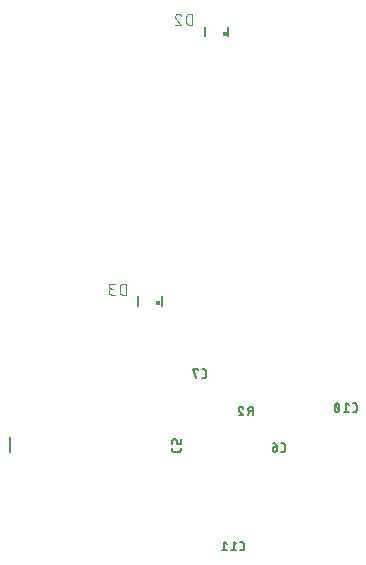
<source format=gbr>
G04 EAGLE Gerber X2 export*
%TF.Part,Single*%
%TF.FileFunction,Legend,Bot,1*%
%TF.FilePolarity,Positive*%
%TF.GenerationSoftware,Autodesk,EAGLE,8.6.0*%
%TF.CreationDate,2018-05-28T12:08:45Z*%
G75*
%MOMM*%
%FSLAX34Y34*%
%LPD*%
%AMOC8*
5,1,8,0,0,1.08239X$1,22.5*%
G01*
%ADD10C,0.177800*%
%ADD11C,0.203200*%
%ADD12C,0.127000*%
%ADD13C,0.400000*%
%ADD14C,0.076200*%


D10*
X175514Y517896D02*
X175514Y516316D01*
X175516Y516238D01*
X175522Y516161D01*
X175531Y516084D01*
X175544Y516008D01*
X175561Y515932D01*
X175582Y515857D01*
X175606Y515784D01*
X175634Y515711D01*
X175666Y515640D01*
X175701Y515571D01*
X175739Y515504D01*
X175780Y515438D01*
X175825Y515375D01*
X175873Y515314D01*
X175923Y515255D01*
X175977Y515199D01*
X176033Y515145D01*
X176092Y515095D01*
X176153Y515047D01*
X176216Y515002D01*
X176282Y514961D01*
X176349Y514923D01*
X176418Y514888D01*
X176489Y514856D01*
X176562Y514828D01*
X176635Y514804D01*
X176710Y514783D01*
X176786Y514766D01*
X176862Y514753D01*
X176939Y514744D01*
X177016Y514738D01*
X177094Y514736D01*
X177094Y514735D02*
X181046Y514735D01*
X181046Y514736D02*
X181124Y514738D01*
X181201Y514744D01*
X181278Y514753D01*
X181354Y514766D01*
X181430Y514783D01*
X181505Y514804D01*
X181578Y514828D01*
X181651Y514856D01*
X181722Y514888D01*
X181791Y514923D01*
X181858Y514961D01*
X181924Y515002D01*
X181987Y515047D01*
X182048Y515095D01*
X182107Y515145D01*
X182163Y515199D01*
X182217Y515255D01*
X182267Y515314D01*
X182315Y515375D01*
X182360Y515438D01*
X182401Y515504D01*
X182439Y515571D01*
X182474Y515640D01*
X182506Y515711D01*
X182534Y515784D01*
X182558Y515857D01*
X182579Y515932D01*
X182596Y516008D01*
X182609Y516084D01*
X182618Y516161D01*
X182624Y516238D01*
X182626Y516316D01*
X182626Y517896D01*
X175514Y521444D02*
X175514Y523814D01*
X175516Y523892D01*
X175522Y523969D01*
X175531Y524046D01*
X175544Y524122D01*
X175561Y524198D01*
X175582Y524273D01*
X175606Y524346D01*
X175634Y524419D01*
X175666Y524490D01*
X175701Y524559D01*
X175739Y524626D01*
X175780Y524692D01*
X175825Y524755D01*
X175873Y524816D01*
X175923Y524875D01*
X175977Y524931D01*
X176033Y524985D01*
X176092Y525035D01*
X176153Y525083D01*
X176216Y525128D01*
X176282Y525169D01*
X176349Y525207D01*
X176418Y525242D01*
X176489Y525274D01*
X176562Y525302D01*
X176635Y525326D01*
X176710Y525347D01*
X176786Y525364D01*
X176862Y525377D01*
X176939Y525386D01*
X177016Y525392D01*
X177094Y525394D01*
X177094Y525395D02*
X177885Y525395D01*
X177885Y525394D02*
X177963Y525392D01*
X178040Y525386D01*
X178117Y525377D01*
X178193Y525364D01*
X178269Y525347D01*
X178344Y525326D01*
X178417Y525302D01*
X178490Y525274D01*
X178561Y525242D01*
X178630Y525207D01*
X178697Y525169D01*
X178763Y525128D01*
X178826Y525083D01*
X178887Y525035D01*
X178946Y524985D01*
X179002Y524931D01*
X179056Y524875D01*
X179106Y524816D01*
X179154Y524755D01*
X179199Y524692D01*
X179240Y524626D01*
X179278Y524559D01*
X179313Y524490D01*
X179345Y524419D01*
X179373Y524346D01*
X179397Y524273D01*
X179418Y524198D01*
X179435Y524122D01*
X179448Y524046D01*
X179457Y523969D01*
X179463Y523892D01*
X179465Y523814D01*
X179465Y521444D01*
X182626Y521444D01*
X182626Y525395D01*
X267916Y514858D02*
X269497Y514858D01*
X269575Y514860D01*
X269652Y514866D01*
X269729Y514875D01*
X269805Y514888D01*
X269881Y514905D01*
X269956Y514926D01*
X270029Y514950D01*
X270102Y514978D01*
X270173Y515010D01*
X270242Y515045D01*
X270309Y515083D01*
X270375Y515124D01*
X270438Y515169D01*
X270499Y515217D01*
X270558Y515267D01*
X270614Y515321D01*
X270668Y515377D01*
X270718Y515436D01*
X270766Y515497D01*
X270811Y515560D01*
X270852Y515626D01*
X270890Y515693D01*
X270925Y515762D01*
X270957Y515833D01*
X270985Y515906D01*
X271009Y515979D01*
X271030Y516054D01*
X271047Y516130D01*
X271060Y516206D01*
X271069Y516283D01*
X271075Y516360D01*
X271077Y516438D01*
X271077Y520390D01*
X271075Y520468D01*
X271069Y520545D01*
X271060Y520622D01*
X271047Y520698D01*
X271030Y520774D01*
X271009Y520849D01*
X270985Y520922D01*
X270957Y520995D01*
X270925Y521066D01*
X270890Y521135D01*
X270852Y521202D01*
X270811Y521268D01*
X270766Y521331D01*
X270718Y521392D01*
X270668Y521451D01*
X270614Y521507D01*
X270558Y521561D01*
X270499Y521611D01*
X270438Y521659D01*
X270375Y521704D01*
X270309Y521745D01*
X270242Y521783D01*
X270173Y521818D01*
X270102Y521850D01*
X270029Y521878D01*
X269956Y521902D01*
X269881Y521923D01*
X269805Y521940D01*
X269729Y521953D01*
X269652Y521962D01*
X269575Y521968D01*
X269497Y521970D01*
X267916Y521970D01*
X264369Y518809D02*
X261998Y518809D01*
X261920Y518807D01*
X261843Y518801D01*
X261766Y518792D01*
X261690Y518779D01*
X261614Y518762D01*
X261539Y518741D01*
X261466Y518717D01*
X261393Y518689D01*
X261322Y518657D01*
X261253Y518622D01*
X261186Y518584D01*
X261120Y518543D01*
X261057Y518498D01*
X260996Y518450D01*
X260937Y518400D01*
X260881Y518346D01*
X260827Y518290D01*
X260777Y518231D01*
X260729Y518170D01*
X260684Y518107D01*
X260643Y518041D01*
X260605Y517974D01*
X260570Y517905D01*
X260538Y517834D01*
X260510Y517761D01*
X260486Y517688D01*
X260465Y517613D01*
X260448Y517537D01*
X260435Y517461D01*
X260426Y517384D01*
X260420Y517307D01*
X260418Y517229D01*
X260418Y516834D01*
X260417Y516834D02*
X260419Y516747D01*
X260425Y516659D01*
X260434Y516572D01*
X260448Y516486D01*
X260465Y516400D01*
X260486Y516316D01*
X260511Y516232D01*
X260540Y516149D01*
X260572Y516068D01*
X260607Y515988D01*
X260646Y515910D01*
X260689Y515833D01*
X260735Y515759D01*
X260784Y515687D01*
X260836Y515617D01*
X260892Y515549D01*
X260950Y515484D01*
X261011Y515421D01*
X261075Y515362D01*
X261142Y515305D01*
X261210Y515251D01*
X261282Y515200D01*
X261355Y515153D01*
X261430Y515108D01*
X261508Y515067D01*
X261587Y515030D01*
X261667Y514996D01*
X261749Y514966D01*
X261832Y514939D01*
X261917Y514916D01*
X262002Y514897D01*
X262088Y514882D01*
X262175Y514870D01*
X262262Y514862D01*
X262349Y514858D01*
X262437Y514858D01*
X262524Y514862D01*
X262611Y514870D01*
X262698Y514882D01*
X262784Y514897D01*
X262869Y514916D01*
X262954Y514939D01*
X263037Y514966D01*
X263119Y514996D01*
X263199Y515030D01*
X263278Y515067D01*
X263356Y515108D01*
X263431Y515153D01*
X263504Y515200D01*
X263576Y515251D01*
X263644Y515305D01*
X263711Y515362D01*
X263775Y515421D01*
X263836Y515484D01*
X263894Y515549D01*
X263950Y515617D01*
X264002Y515687D01*
X264051Y515759D01*
X264097Y515833D01*
X264140Y515910D01*
X264179Y515988D01*
X264214Y516068D01*
X264246Y516149D01*
X264275Y516232D01*
X264300Y516316D01*
X264321Y516400D01*
X264338Y516486D01*
X264352Y516572D01*
X264361Y516659D01*
X264367Y516747D01*
X264369Y516834D01*
X264369Y518809D01*
X264367Y518919D01*
X264361Y519030D01*
X264352Y519139D01*
X264338Y519249D01*
X264321Y519358D01*
X264300Y519466D01*
X264275Y519574D01*
X264247Y519680D01*
X264214Y519786D01*
X264178Y519890D01*
X264139Y519993D01*
X264096Y520095D01*
X264049Y520195D01*
X263999Y520293D01*
X263946Y520390D01*
X263889Y520484D01*
X263829Y520577D01*
X263765Y520667D01*
X263699Y520755D01*
X263629Y520841D01*
X263557Y520924D01*
X263482Y521005D01*
X263404Y521083D01*
X263323Y521158D01*
X263240Y521230D01*
X263154Y521300D01*
X263066Y521366D01*
X262976Y521430D01*
X262883Y521490D01*
X262789Y521547D01*
X262692Y521600D01*
X262594Y521650D01*
X262494Y521697D01*
X262392Y521740D01*
X262289Y521779D01*
X262185Y521815D01*
X262079Y521848D01*
X261973Y521876D01*
X261865Y521901D01*
X261757Y521922D01*
X261648Y521939D01*
X261538Y521953D01*
X261429Y521962D01*
X261318Y521968D01*
X261208Y521970D01*
X202504Y577469D02*
X200924Y577469D01*
X202504Y577469D02*
X202582Y577471D01*
X202659Y577477D01*
X202736Y577486D01*
X202812Y577499D01*
X202888Y577516D01*
X202963Y577537D01*
X203036Y577561D01*
X203109Y577589D01*
X203180Y577621D01*
X203249Y577656D01*
X203316Y577694D01*
X203382Y577735D01*
X203445Y577780D01*
X203506Y577828D01*
X203565Y577878D01*
X203621Y577932D01*
X203675Y577988D01*
X203725Y578047D01*
X203773Y578108D01*
X203818Y578171D01*
X203859Y578237D01*
X203897Y578304D01*
X203932Y578373D01*
X203964Y578444D01*
X203992Y578517D01*
X204016Y578590D01*
X204037Y578665D01*
X204054Y578741D01*
X204067Y578817D01*
X204076Y578894D01*
X204082Y578971D01*
X204084Y579049D01*
X204085Y579049D02*
X204085Y583001D01*
X204084Y583001D02*
X204082Y583079D01*
X204076Y583156D01*
X204067Y583233D01*
X204054Y583309D01*
X204037Y583385D01*
X204016Y583460D01*
X203992Y583533D01*
X203964Y583606D01*
X203932Y583677D01*
X203897Y583746D01*
X203859Y583813D01*
X203818Y583879D01*
X203773Y583942D01*
X203725Y584003D01*
X203675Y584062D01*
X203621Y584118D01*
X203565Y584172D01*
X203506Y584222D01*
X203445Y584270D01*
X203382Y584315D01*
X203316Y584356D01*
X203249Y584394D01*
X203180Y584429D01*
X203109Y584461D01*
X203036Y584489D01*
X202963Y584513D01*
X202888Y584534D01*
X202812Y584551D01*
X202736Y584564D01*
X202659Y584573D01*
X202582Y584579D01*
X202504Y584581D01*
X200924Y584581D01*
X197376Y584581D02*
X197376Y583791D01*
X197376Y584581D02*
X193425Y584581D01*
X195401Y577469D01*
X243738Y552768D02*
X243738Y545656D01*
X243738Y552768D02*
X241763Y552768D01*
X241676Y552766D01*
X241588Y552760D01*
X241501Y552751D01*
X241415Y552737D01*
X241329Y552720D01*
X241245Y552699D01*
X241161Y552674D01*
X241078Y552645D01*
X240997Y552613D01*
X240917Y552578D01*
X240839Y552539D01*
X240762Y552496D01*
X240688Y552450D01*
X240616Y552401D01*
X240546Y552349D01*
X240478Y552293D01*
X240413Y552235D01*
X240350Y552174D01*
X240291Y552110D01*
X240234Y552043D01*
X240180Y551975D01*
X240129Y551903D01*
X240082Y551830D01*
X240037Y551755D01*
X239996Y551677D01*
X239959Y551598D01*
X239925Y551518D01*
X239895Y551436D01*
X239868Y551353D01*
X239845Y551268D01*
X239826Y551183D01*
X239811Y551097D01*
X239799Y551010D01*
X239791Y550923D01*
X239787Y550836D01*
X239787Y550748D01*
X239791Y550661D01*
X239799Y550574D01*
X239811Y550487D01*
X239826Y550401D01*
X239845Y550316D01*
X239868Y550231D01*
X239895Y550148D01*
X239925Y550066D01*
X239959Y549986D01*
X239996Y549907D01*
X240037Y549829D01*
X240082Y549754D01*
X240129Y549681D01*
X240180Y549609D01*
X240234Y549541D01*
X240291Y549474D01*
X240350Y549410D01*
X240413Y549349D01*
X240478Y549291D01*
X240546Y549235D01*
X240616Y549183D01*
X240688Y549134D01*
X240762Y549088D01*
X240839Y549045D01*
X240917Y549006D01*
X240997Y548971D01*
X241078Y548939D01*
X241161Y548910D01*
X241245Y548885D01*
X241329Y548864D01*
X241415Y548847D01*
X241501Y548833D01*
X241588Y548824D01*
X241676Y548818D01*
X241763Y548816D01*
X243738Y548816D01*
X241368Y548816D02*
X239787Y545656D01*
X233655Y552768D02*
X233573Y552766D01*
X233491Y552760D01*
X233409Y552751D01*
X233328Y552738D01*
X233248Y552721D01*
X233168Y552700D01*
X233090Y552676D01*
X233013Y552648D01*
X232937Y552617D01*
X232862Y552582D01*
X232790Y552543D01*
X232719Y552502D01*
X232650Y552457D01*
X232584Y552409D01*
X232519Y552358D01*
X232457Y552304D01*
X232398Y552247D01*
X232341Y552188D01*
X232287Y552126D01*
X232236Y552061D01*
X232188Y551995D01*
X232143Y551926D01*
X232102Y551855D01*
X232063Y551783D01*
X232028Y551708D01*
X231997Y551632D01*
X231969Y551555D01*
X231945Y551477D01*
X231924Y551397D01*
X231907Y551317D01*
X231894Y551236D01*
X231885Y551154D01*
X231879Y551072D01*
X231877Y550990D01*
X233655Y552767D02*
X233748Y552765D01*
X233840Y552759D01*
X233932Y552750D01*
X234024Y552737D01*
X234115Y552720D01*
X234205Y552700D01*
X234295Y552676D01*
X234383Y552648D01*
X234471Y552616D01*
X234556Y552582D01*
X234641Y552543D01*
X234723Y552502D01*
X234804Y552457D01*
X234884Y552408D01*
X234961Y552357D01*
X235036Y552303D01*
X235108Y552245D01*
X235179Y552185D01*
X235246Y552121D01*
X235311Y552056D01*
X235374Y551987D01*
X235433Y551916D01*
X235490Y551843D01*
X235544Y551767D01*
X235594Y551690D01*
X235642Y551610D01*
X235686Y551528D01*
X235726Y551445D01*
X235764Y551360D01*
X235798Y551274D01*
X235828Y551187D01*
X232469Y549607D02*
X232408Y549668D01*
X232350Y549731D01*
X232295Y549797D01*
X232242Y549865D01*
X232193Y549936D01*
X232148Y550008D01*
X232105Y550083D01*
X232066Y550159D01*
X232030Y550238D01*
X231998Y550317D01*
X231970Y550398D01*
X231945Y550481D01*
X231924Y550564D01*
X231907Y550648D01*
X231893Y550733D01*
X231884Y550818D01*
X231878Y550904D01*
X231876Y550990D01*
X232469Y549607D02*
X235828Y545656D01*
X231877Y545656D01*
X328432Y548577D02*
X330012Y548577D01*
X330090Y548579D01*
X330167Y548585D01*
X330244Y548594D01*
X330320Y548607D01*
X330396Y548624D01*
X330471Y548645D01*
X330544Y548669D01*
X330617Y548697D01*
X330688Y548729D01*
X330757Y548764D01*
X330824Y548802D01*
X330890Y548843D01*
X330953Y548888D01*
X331014Y548936D01*
X331073Y548986D01*
X331129Y549040D01*
X331183Y549096D01*
X331233Y549155D01*
X331281Y549216D01*
X331326Y549279D01*
X331367Y549345D01*
X331405Y549412D01*
X331440Y549481D01*
X331472Y549552D01*
X331500Y549625D01*
X331524Y549698D01*
X331545Y549773D01*
X331562Y549849D01*
X331575Y549925D01*
X331584Y550002D01*
X331590Y550079D01*
X331592Y550157D01*
X331593Y550157D02*
X331593Y554108D01*
X331592Y554108D02*
X331590Y554186D01*
X331584Y554263D01*
X331575Y554340D01*
X331562Y554416D01*
X331545Y554492D01*
X331524Y554567D01*
X331500Y554640D01*
X331472Y554713D01*
X331440Y554784D01*
X331405Y554853D01*
X331367Y554920D01*
X331326Y554986D01*
X331281Y555049D01*
X331233Y555110D01*
X331183Y555169D01*
X331129Y555225D01*
X331073Y555279D01*
X331014Y555329D01*
X330953Y555377D01*
X330890Y555422D01*
X330824Y555463D01*
X330757Y555501D01*
X330688Y555536D01*
X330617Y555568D01*
X330544Y555596D01*
X330471Y555620D01*
X330396Y555641D01*
X330320Y555658D01*
X330244Y555671D01*
X330167Y555680D01*
X330090Y555686D01*
X330012Y555688D01*
X330012Y555689D02*
X328432Y555689D01*
X324884Y554108D02*
X322909Y555689D01*
X322909Y548577D01*
X324884Y548577D02*
X320933Y548577D01*
X316884Y552133D02*
X316882Y552281D01*
X316877Y552428D01*
X316867Y552576D01*
X316854Y552723D01*
X316838Y552870D01*
X316817Y553016D01*
X316793Y553162D01*
X316765Y553307D01*
X316734Y553451D01*
X316699Y553594D01*
X316660Y553737D01*
X316618Y553878D01*
X316572Y554019D01*
X316523Y554158D01*
X316470Y554296D01*
X316414Y554433D01*
X316354Y554568D01*
X316291Y554701D01*
X316265Y554772D01*
X316235Y554841D01*
X316201Y554909D01*
X316164Y554975D01*
X316124Y555039D01*
X316080Y555101D01*
X316034Y555160D01*
X315984Y555217D01*
X315931Y555271D01*
X315876Y555323D01*
X315818Y555371D01*
X315758Y555417D01*
X315695Y555459D01*
X315630Y555498D01*
X315564Y555534D01*
X315495Y555566D01*
X315426Y555594D01*
X315354Y555619D01*
X315282Y555640D01*
X315208Y555658D01*
X315134Y555671D01*
X315059Y555681D01*
X314984Y555687D01*
X314908Y555689D01*
X314832Y555687D01*
X314757Y555681D01*
X314682Y555671D01*
X314608Y555658D01*
X314534Y555640D01*
X314462Y555619D01*
X314391Y555594D01*
X314321Y555566D01*
X314252Y555534D01*
X314186Y555498D01*
X314121Y555459D01*
X314058Y555417D01*
X313998Y555371D01*
X313940Y555323D01*
X313885Y555271D01*
X313832Y555217D01*
X313782Y555160D01*
X313736Y555101D01*
X313692Y555039D01*
X313652Y554975D01*
X313615Y554909D01*
X313581Y554841D01*
X313551Y554772D01*
X313525Y554701D01*
X313462Y554568D01*
X313402Y554433D01*
X313346Y554296D01*
X313293Y554158D01*
X313244Y554019D01*
X313198Y553878D01*
X313156Y553737D01*
X313117Y553594D01*
X313082Y553451D01*
X313051Y553307D01*
X313023Y553162D01*
X312999Y553016D01*
X312978Y552870D01*
X312962Y552723D01*
X312949Y552576D01*
X312939Y552428D01*
X312934Y552281D01*
X312932Y552133D01*
X316883Y552133D02*
X316881Y551985D01*
X316876Y551838D01*
X316866Y551690D01*
X316853Y551543D01*
X316837Y551396D01*
X316816Y551250D01*
X316792Y551105D01*
X316764Y550959D01*
X316733Y550815D01*
X316698Y550672D01*
X316659Y550529D01*
X316617Y550388D01*
X316571Y550247D01*
X316522Y550108D01*
X316469Y549970D01*
X316413Y549833D01*
X316353Y549698D01*
X316290Y549565D01*
X316291Y549564D02*
X316265Y549493D01*
X316235Y549424D01*
X316201Y549356D01*
X316164Y549290D01*
X316124Y549226D01*
X316080Y549164D01*
X316034Y549105D01*
X315984Y549048D01*
X315931Y548994D01*
X315876Y548942D01*
X315818Y548894D01*
X315758Y548848D01*
X315695Y548806D01*
X315630Y548767D01*
X315564Y548731D01*
X315495Y548699D01*
X315425Y548671D01*
X315354Y548646D01*
X315282Y548625D01*
X315208Y548607D01*
X315134Y548594D01*
X315059Y548584D01*
X314984Y548578D01*
X314908Y548576D01*
X313525Y549565D02*
X313462Y549698D01*
X313402Y549833D01*
X313346Y549970D01*
X313293Y550108D01*
X313244Y550247D01*
X313198Y550388D01*
X313156Y550529D01*
X313117Y550672D01*
X313082Y550815D01*
X313051Y550959D01*
X313023Y551105D01*
X312999Y551250D01*
X312978Y551396D01*
X312962Y551543D01*
X312949Y551690D01*
X312939Y551838D01*
X312934Y551985D01*
X312932Y552133D01*
X313525Y549564D02*
X313551Y549493D01*
X313581Y549424D01*
X313615Y549356D01*
X313652Y549290D01*
X313692Y549226D01*
X313736Y549164D01*
X313782Y549105D01*
X313832Y549048D01*
X313885Y548994D01*
X313940Y548942D01*
X313998Y548894D01*
X314058Y548848D01*
X314121Y548806D01*
X314186Y548767D01*
X314252Y548731D01*
X314321Y548699D01*
X314391Y548671D01*
X314462Y548646D01*
X314534Y548625D01*
X314608Y548607D01*
X314682Y548594D01*
X314757Y548584D01*
X314832Y548578D01*
X314908Y548576D01*
X316488Y550157D02*
X313328Y554108D01*
X234762Y431102D02*
X233182Y431102D01*
X234762Y431102D02*
X234840Y431104D01*
X234917Y431110D01*
X234994Y431119D01*
X235070Y431132D01*
X235146Y431149D01*
X235221Y431170D01*
X235294Y431194D01*
X235367Y431222D01*
X235438Y431254D01*
X235507Y431289D01*
X235574Y431327D01*
X235640Y431368D01*
X235703Y431413D01*
X235764Y431461D01*
X235823Y431511D01*
X235879Y431565D01*
X235933Y431621D01*
X235983Y431680D01*
X236031Y431741D01*
X236076Y431804D01*
X236117Y431870D01*
X236155Y431937D01*
X236190Y432006D01*
X236222Y432077D01*
X236250Y432150D01*
X236274Y432223D01*
X236295Y432298D01*
X236312Y432374D01*
X236325Y432450D01*
X236334Y432527D01*
X236340Y432604D01*
X236342Y432682D01*
X236343Y432682D02*
X236343Y436633D01*
X236342Y436633D02*
X236340Y436711D01*
X236334Y436788D01*
X236325Y436865D01*
X236312Y436941D01*
X236295Y437017D01*
X236274Y437092D01*
X236250Y437165D01*
X236222Y437238D01*
X236190Y437309D01*
X236155Y437378D01*
X236117Y437445D01*
X236076Y437511D01*
X236031Y437574D01*
X235983Y437635D01*
X235933Y437694D01*
X235879Y437750D01*
X235823Y437804D01*
X235764Y437854D01*
X235703Y437902D01*
X235640Y437947D01*
X235574Y437988D01*
X235507Y438026D01*
X235438Y438061D01*
X235367Y438093D01*
X235294Y438121D01*
X235221Y438145D01*
X235146Y438166D01*
X235070Y438183D01*
X234994Y438196D01*
X234917Y438205D01*
X234840Y438211D01*
X234762Y438213D01*
X234762Y438214D02*
X233182Y438214D01*
X229634Y436633D02*
X227659Y438214D01*
X227659Y431102D01*
X229634Y431102D02*
X225683Y431102D01*
X221634Y436633D02*
X219658Y438214D01*
X219658Y431102D01*
X221634Y431102D02*
X217682Y431102D01*
D11*
X38100Y514350D02*
X38100Y527050D01*
D12*
X202852Y866712D02*
X202852Y874712D01*
X222852Y874712D02*
X222852Y866712D01*
D13*
X219852Y868712D03*
D14*
X192471Y876093D02*
X192471Y885331D01*
X189905Y885331D01*
X189807Y885329D01*
X189709Y885323D01*
X189611Y885314D01*
X189513Y885301D01*
X189416Y885284D01*
X189320Y885264D01*
X189225Y885239D01*
X189131Y885211D01*
X189038Y885180D01*
X188946Y885145D01*
X188855Y885106D01*
X188766Y885065D01*
X188679Y885019D01*
X188594Y884971D01*
X188510Y884919D01*
X188429Y884864D01*
X188349Y884806D01*
X188272Y884745D01*
X188198Y884681D01*
X188126Y884614D01*
X188056Y884544D01*
X187989Y884472D01*
X187925Y884398D01*
X187864Y884321D01*
X187806Y884241D01*
X187751Y884160D01*
X187699Y884076D01*
X187651Y883991D01*
X187605Y883904D01*
X187564Y883815D01*
X187525Y883724D01*
X187490Y883632D01*
X187459Y883539D01*
X187431Y883445D01*
X187406Y883350D01*
X187386Y883254D01*
X187369Y883157D01*
X187356Y883059D01*
X187347Y882961D01*
X187341Y882863D01*
X187339Y882765D01*
X187339Y878659D01*
X187341Y878561D01*
X187347Y878463D01*
X187356Y878365D01*
X187369Y878267D01*
X187386Y878170D01*
X187406Y878074D01*
X187431Y877979D01*
X187459Y877885D01*
X187490Y877792D01*
X187525Y877700D01*
X187564Y877609D01*
X187605Y877520D01*
X187651Y877433D01*
X187699Y877348D01*
X187751Y877264D01*
X187806Y877183D01*
X187864Y877103D01*
X187925Y877026D01*
X187989Y876952D01*
X188056Y876880D01*
X188126Y876810D01*
X188198Y876743D01*
X188272Y876679D01*
X188349Y876618D01*
X188429Y876560D01*
X188510Y876505D01*
X188594Y876453D01*
X188679Y876405D01*
X188766Y876359D01*
X188855Y876318D01*
X188946Y876279D01*
X189038Y876244D01*
X189131Y876213D01*
X189225Y876185D01*
X189320Y876160D01*
X189416Y876140D01*
X189513Y876123D01*
X189611Y876110D01*
X189709Y876101D01*
X189807Y876095D01*
X189905Y876093D01*
X192471Y876093D01*
X180348Y885331D02*
X180253Y885329D01*
X180157Y885323D01*
X180062Y885313D01*
X179968Y885299D01*
X179874Y885282D01*
X179781Y885260D01*
X179689Y885235D01*
X179598Y885206D01*
X179508Y885173D01*
X179420Y885136D01*
X179333Y885096D01*
X179249Y885053D01*
X179166Y885005D01*
X179085Y884955D01*
X179006Y884901D01*
X178929Y884844D01*
X178855Y884784D01*
X178783Y884721D01*
X178715Y884654D01*
X178648Y884586D01*
X178585Y884514D01*
X178525Y884440D01*
X178468Y884363D01*
X178414Y884284D01*
X178364Y884203D01*
X178316Y884120D01*
X178273Y884036D01*
X178233Y883949D01*
X178196Y883861D01*
X178163Y883771D01*
X178134Y883680D01*
X178109Y883588D01*
X178087Y883495D01*
X178070Y883401D01*
X178056Y883307D01*
X178046Y883212D01*
X178040Y883116D01*
X178038Y883021D01*
X180348Y885331D02*
X180455Y885329D01*
X180561Y885323D01*
X180667Y885314D01*
X180773Y885300D01*
X180878Y885283D01*
X180983Y885262D01*
X181086Y885238D01*
X181189Y885209D01*
X181291Y885177D01*
X181391Y885142D01*
X181490Y885102D01*
X181588Y885059D01*
X181684Y885013D01*
X181778Y884963D01*
X181871Y884910D01*
X181961Y884854D01*
X182050Y884794D01*
X182136Y884732D01*
X182220Y884666D01*
X182301Y884597D01*
X182380Y884526D01*
X182457Y884451D01*
X182530Y884374D01*
X182601Y884294D01*
X182669Y884212D01*
X182734Y884128D01*
X182796Y884041D01*
X182854Y883952D01*
X182910Y883861D01*
X182962Y883768D01*
X183011Y883673D01*
X183056Y883576D01*
X183098Y883478D01*
X183136Y883379D01*
X183171Y883278D01*
X178809Y881225D02*
X178741Y881292D01*
X178675Y881362D01*
X178613Y881435D01*
X178553Y881509D01*
X178496Y881586D01*
X178442Y881665D01*
X178392Y881746D01*
X178344Y881829D01*
X178300Y881914D01*
X178259Y882000D01*
X178221Y882088D01*
X178187Y882177D01*
X178156Y882268D01*
X178129Y882360D01*
X178105Y882452D01*
X178085Y882546D01*
X178068Y882640D01*
X178056Y882735D01*
X178046Y882830D01*
X178041Y882925D01*
X178039Y883021D01*
X178809Y881225D02*
X183171Y876093D01*
X178039Y876093D01*
D12*
X146464Y646366D02*
X146464Y638366D01*
X166464Y638366D02*
X166464Y646366D01*
D13*
X163464Y640366D03*
D14*
X136083Y647747D02*
X136083Y656985D01*
X133517Y656985D01*
X133419Y656983D01*
X133321Y656977D01*
X133223Y656968D01*
X133125Y656955D01*
X133028Y656938D01*
X132932Y656918D01*
X132837Y656893D01*
X132743Y656865D01*
X132650Y656834D01*
X132558Y656799D01*
X132467Y656760D01*
X132378Y656719D01*
X132291Y656673D01*
X132206Y656625D01*
X132122Y656573D01*
X132041Y656518D01*
X131961Y656460D01*
X131884Y656399D01*
X131810Y656335D01*
X131738Y656268D01*
X131668Y656198D01*
X131601Y656126D01*
X131537Y656052D01*
X131476Y655975D01*
X131418Y655895D01*
X131363Y655814D01*
X131311Y655730D01*
X131263Y655645D01*
X131217Y655558D01*
X131176Y655469D01*
X131137Y655378D01*
X131102Y655286D01*
X131071Y655193D01*
X131043Y655099D01*
X131018Y655004D01*
X130998Y654908D01*
X130981Y654811D01*
X130968Y654713D01*
X130959Y654615D01*
X130953Y654517D01*
X130951Y654419D01*
X130951Y650313D01*
X130953Y650215D01*
X130959Y650117D01*
X130968Y650019D01*
X130981Y649921D01*
X130998Y649824D01*
X131018Y649728D01*
X131043Y649633D01*
X131071Y649539D01*
X131102Y649446D01*
X131137Y649354D01*
X131176Y649263D01*
X131217Y649174D01*
X131263Y649087D01*
X131311Y649002D01*
X131363Y648918D01*
X131418Y648837D01*
X131476Y648757D01*
X131537Y648680D01*
X131601Y648606D01*
X131668Y648534D01*
X131738Y648464D01*
X131810Y648397D01*
X131884Y648333D01*
X131961Y648272D01*
X132041Y648214D01*
X132122Y648159D01*
X132206Y648107D01*
X132291Y648059D01*
X132378Y648013D01*
X132467Y647972D01*
X132558Y647933D01*
X132650Y647898D01*
X132743Y647867D01*
X132837Y647839D01*
X132932Y647814D01*
X133028Y647794D01*
X133125Y647777D01*
X133223Y647764D01*
X133321Y647755D01*
X133419Y647749D01*
X133517Y647747D01*
X136083Y647747D01*
X126783Y647747D02*
X124217Y647747D01*
X124118Y647749D01*
X124018Y647755D01*
X123919Y647764D01*
X123821Y647778D01*
X123723Y647795D01*
X123625Y647816D01*
X123529Y647841D01*
X123434Y647870D01*
X123339Y647902D01*
X123247Y647938D01*
X123155Y647977D01*
X123065Y648020D01*
X122977Y648066D01*
X122891Y648116D01*
X122807Y648169D01*
X122725Y648225D01*
X122645Y648285D01*
X122568Y648347D01*
X122493Y648413D01*
X122420Y648481D01*
X122351Y648552D01*
X122284Y648626D01*
X122220Y648702D01*
X122159Y648781D01*
X122101Y648862D01*
X122046Y648945D01*
X121995Y649030D01*
X121947Y649117D01*
X121902Y649206D01*
X121861Y649297D01*
X121823Y649389D01*
X121789Y649482D01*
X121759Y649577D01*
X121732Y649673D01*
X121709Y649770D01*
X121690Y649867D01*
X121675Y649966D01*
X121663Y650065D01*
X121655Y650164D01*
X121651Y650263D01*
X121651Y650363D01*
X121655Y650462D01*
X121663Y650561D01*
X121675Y650660D01*
X121690Y650759D01*
X121709Y650856D01*
X121732Y650953D01*
X121759Y651049D01*
X121789Y651144D01*
X121823Y651237D01*
X121861Y651329D01*
X121902Y651420D01*
X121947Y651509D01*
X121995Y651596D01*
X122046Y651681D01*
X122101Y651764D01*
X122159Y651845D01*
X122220Y651924D01*
X122284Y652000D01*
X122351Y652074D01*
X122420Y652145D01*
X122493Y652213D01*
X122568Y652279D01*
X122645Y652341D01*
X122725Y652401D01*
X122807Y652457D01*
X122891Y652510D01*
X122977Y652560D01*
X123065Y652606D01*
X123155Y652649D01*
X123247Y652688D01*
X123339Y652724D01*
X123434Y652756D01*
X123529Y652785D01*
X123625Y652810D01*
X123723Y652831D01*
X123821Y652848D01*
X123919Y652862D01*
X124018Y652871D01*
X124118Y652877D01*
X124217Y652879D01*
X123704Y656985D02*
X126783Y656985D01*
X123704Y656985D02*
X123614Y656983D01*
X123525Y656977D01*
X123436Y656967D01*
X123348Y656954D01*
X123260Y656936D01*
X123173Y656915D01*
X123087Y656890D01*
X123002Y656861D01*
X122918Y656829D01*
X122836Y656793D01*
X122756Y656753D01*
X122678Y656710D01*
X122601Y656663D01*
X122526Y656614D01*
X122454Y656561D01*
X122384Y656505D01*
X122317Y656446D01*
X122252Y656384D01*
X122190Y656319D01*
X122131Y656252D01*
X122075Y656182D01*
X122022Y656110D01*
X121973Y656035D01*
X121926Y655959D01*
X121883Y655880D01*
X121843Y655800D01*
X121807Y655718D01*
X121775Y655634D01*
X121746Y655549D01*
X121721Y655463D01*
X121700Y655376D01*
X121682Y655288D01*
X121669Y655200D01*
X121659Y655111D01*
X121653Y655022D01*
X121651Y654932D01*
X121653Y654842D01*
X121659Y654753D01*
X121669Y654664D01*
X121682Y654576D01*
X121700Y654488D01*
X121721Y654401D01*
X121746Y654315D01*
X121775Y654230D01*
X121807Y654146D01*
X121843Y654064D01*
X121883Y653984D01*
X121926Y653906D01*
X121973Y653829D01*
X122022Y653754D01*
X122075Y653682D01*
X122131Y653612D01*
X122190Y653545D01*
X122252Y653480D01*
X122317Y653418D01*
X122384Y653359D01*
X122454Y653303D01*
X122526Y653250D01*
X122601Y653201D01*
X122678Y653154D01*
X122756Y653111D01*
X122836Y653071D01*
X122918Y653035D01*
X123002Y653003D01*
X123087Y652974D01*
X123173Y652949D01*
X123260Y652928D01*
X123348Y652910D01*
X123436Y652897D01*
X123525Y652887D01*
X123614Y652881D01*
X123704Y652879D01*
X125757Y652879D01*
M02*

</source>
